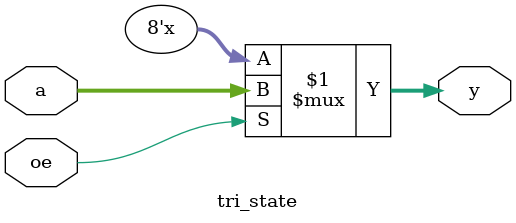
<source format=v>
/*
Joel Brigida
CDA 4240C: Digital Design Lab

This is a simple 8-bit tri-state buffer example in Verilog.
*/

module tri_state(input oe, input [7:0] a, output [7:0] y);

    assign y = oe ? a : 8'bZZZZZZZZ;

endmodule
</source>
